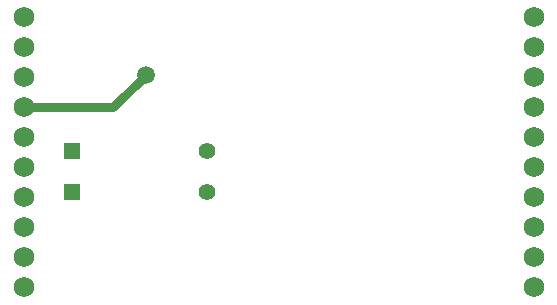
<source format=gbr>
%TF.GenerationSoftware,KiCad,Pcbnew,8.0.8*%
%TF.CreationDate,2025-03-02T21:09:30-05:00*%
%TF.ProjectId,VCU Charge Mode Signal Module V3.1,56435520-4368-4617-9267-65204d6f6465,rev?*%
%TF.SameCoordinates,Original*%
%TF.FileFunction,Copper,L2,Bot*%
%TF.FilePolarity,Positive*%
%FSLAX46Y46*%
G04 Gerber Fmt 4.6, Leading zero omitted, Abs format (unit mm)*
G04 Created by KiCad (PCBNEW 8.0.8) date 2025-03-02 21:09:30*
%MOMM*%
%LPD*%
G01*
G04 APERTURE LIST*
%TA.AperFunction,ComponentPad*%
%ADD10R,1.397000X1.397000*%
%TD*%
%TA.AperFunction,ComponentPad*%
%ADD11C,1.397000*%
%TD*%
%TA.AperFunction,ComponentPad*%
%ADD12C,1.750000*%
%TD*%
%TA.AperFunction,ViaPad*%
%ADD13C,1.500000*%
%TD*%
%TA.AperFunction,Conductor*%
%ADD14C,0.750000*%
%TD*%
G04 APERTURE END LIST*
D10*
%TO.P,R2,1*%
%TO.N,Net-(J1-Pad3)*%
X26670000Y-37300000D03*
D11*
%TO.P,R2,2*%
%TO.N,Net-(U1-G)*%
X38100000Y-37300000D03*
%TD*%
D12*
%TO.P,J1,1,1*%
%TO.N,Net-(U1-D)*%
X22550000Y-22550000D03*
%TO.P,J1,2,2*%
%TO.N,Net-(U1-G)*%
X22550000Y-25090000D03*
%TO.P,J1,3,3*%
%TO.N,Net-(J1-Pad3)*%
X22550000Y-27630000D03*
%TO.P,J1,4,4*%
%TO.N,Net-(D1-A)*%
X22550000Y-30170000D03*
%TO.P,J1,5,5*%
%TO.N,unconnected-(J1-Pad5)*%
X22550000Y-32710000D03*
%TO.P,J1,6,6*%
%TO.N,unconnected-(J1-Pad6)*%
X22550000Y-35250000D03*
%TO.P,J1,7,7*%
%TO.N,unconnected-(J1-Pad7)*%
X22550000Y-37790000D03*
%TO.P,J1,8,8*%
%TO.N,unconnected-(J1-Pad8)*%
X22550000Y-40330000D03*
%TO.P,J1,9,9*%
%TO.N,unconnected-(J1-Pad9)*%
X22550000Y-42870000D03*
%TO.P,J1,10,10*%
%TO.N,unconnected-(J1-Pad10)*%
X22550000Y-45410000D03*
%TD*%
D10*
%TO.P,R1,1*%
%TO.N,Net-(J1-Pad3)*%
X26670000Y-33846800D03*
D11*
%TO.P,R1,2*%
%TO.N,Net-(D1-K)*%
X38100000Y-33846800D03*
%TD*%
D12*
%TO.P,J2,1,1*%
%TO.N,N/C*%
X65730000Y-22550000D03*
%TO.P,J2,2,2*%
X65730000Y-25090000D03*
%TO.P,J2,3,3*%
X65730000Y-27630000D03*
%TO.P,J2,4,4*%
X65730000Y-30170000D03*
%TO.P,J2,5,5*%
X65730000Y-32710000D03*
%TO.P,J2,6,6*%
X65730000Y-35250000D03*
%TO.P,J2,7,7*%
X65730000Y-37790000D03*
%TO.P,J2,8,8*%
X65730000Y-40330000D03*
%TO.P,J2,9,9*%
X65730000Y-42870000D03*
%TO.P,J2,10,10*%
X65730000Y-45410000D03*
%TD*%
D13*
%TO.N,Net-(D1-A)*%
X32900000Y-27400000D03*
%TD*%
D14*
%TO.N,Net-(D1-A)*%
X30130000Y-30170000D02*
X32900000Y-27400000D01*
X22550000Y-30170000D02*
X30130000Y-30170000D01*
%TD*%
M02*

</source>
